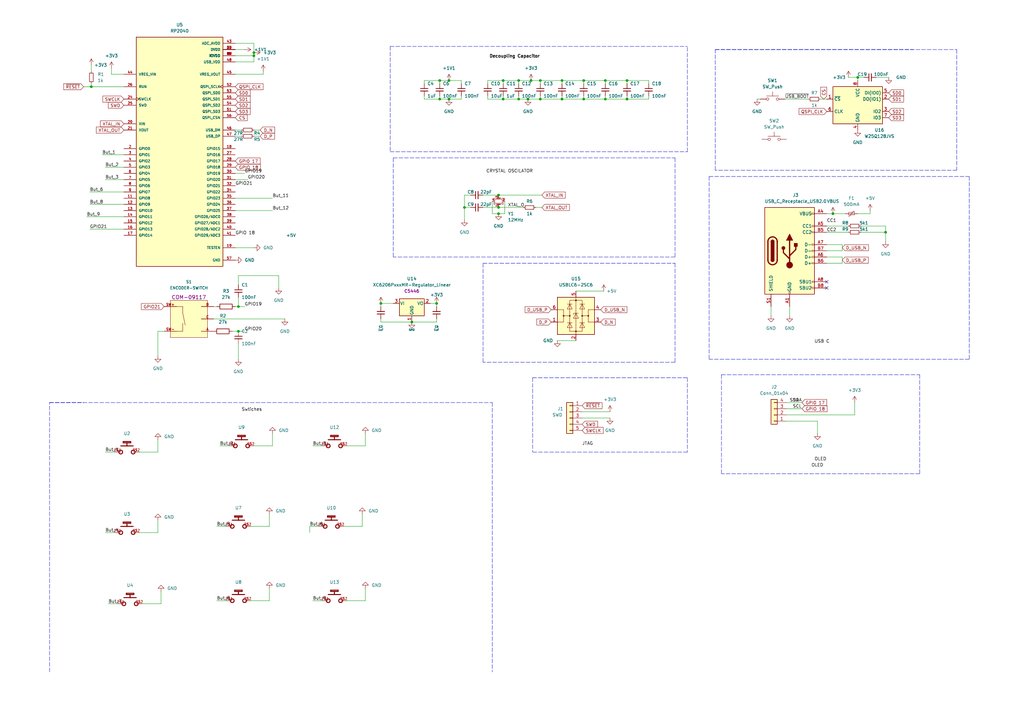
<source format=kicad_sch>
(kicad_sch (version 20211123) (generator eeschema)
  (paper "A3")
  (lib_symbols
    (symbol "Connector:USB_C_Receptacle_USB2.0" (pin_names (offset 1.016))
      (property "Reference" "J" (at -10.16 19.05 0))
      (property "Value" "USB_C_Receptacle_USB2.0" (at 19.05 19.05 0))
      (symbol "USB_C_Receptacle_USB2.0_1_1"
        (pin passive line (at 0 -22.86 90) (length 5.08) (name "GND") (number "A1"))
        (pin passive line (at 0 -22.86 90) (length 5.08) hide (name "GND") (number "A12"))
        (pin passive line (at 15.24 15.24 180) (length 5.08) (name "VBUS") (number "A4"))
        (pin bidirectional line (at 15.24 10.16 180) (length 5.08) (name "CC1") (number "A5"))
        (pin bidirectional line (at 15.24 -2.54 180) (length 5.08) (name "D+") (number "A6"))
        (pin bidirectional line (at 15.24 2.54 180) (length 5.08) (name "D-") (number "A7"))
        (pin bidirectional line (at 15.24 -12.7 180) (length 5.08) (name "SBU1") (number "A8"))
        (pin passive line (at 15.24 15.24 180) (length 5.08) hide (name "VBUS") (number "A9"))
        (pin passive line (at 0 -22.86 90) (length 5.08) hide (name "GND") (number "B1"))
        (pin passive line (at 0 -22.86 90) (length 5.08) hide (name "GND") (number "B12"))
        (pin passive line (at 15.24 15.24 180) (length 5.08) hide (name "VBUS") (number "B4"))
        (pin bidirectional line (at 15.24 7.62 180) (length 5.08) (name "CC2") (number "B5"))
        (pin bidirectional line (at 15.24 -5.08 180) (length 5.08) (name "D+") (number "B6"))
        (pin bidirectional line (at 15.24 0 180) (length 5.08) (name "D-") (number "B7"))
        (pin bidirectional line (at 15.24 -15.24 180) (length 5.08) (name "SBU2") (number "B8"))
        (pin passive line (at 15.24 15.24 180) (length 5.08) hide (name "VBUS") (number "B9"))
        (pin passive line (at -7.62 -22.86 90) (length 5.08) (name "SHIELD") (number "S1"))
      )
    )
    (symbol "Connector_Generic:Conn_01x04" (pin_names (offset 1.016) hide)
      (property "Reference" "J" (at 0 5.08 0))
      (property "Value" "Conn_01x04" (at 0 -7.62 0))
      (symbol "Conn_01x04_1_1"
        (pin passive line (at -5.08 2.54 0) (length 3.81) (name "Pin_1") (number "1"))
        (pin passive line (at -5.08 0 0) (length 3.81) (name "Pin_2") (number "2"))
        (pin passive line (at -5.08 -2.54 0) (length 3.81) (name "Pin_3") (number "3"))
        (pin passive line (at -5.08 -5.08 0) (length 3.81) (name "Pin_4") (number "4"))
      )
    )
    (symbol "Connector_Generic:Conn_01x05" (pin_names (offset 1.016) hide)
      (property "Reference" "J" (at 0 7.62 0))
      (property "Value" "Conn_01x05" (at 0 -7.62 0))
      (symbol "Conn_01x05_1_1"
        (pin passive line (at -5.08 5.08 0) (length 3.81) (name "Pin_1") (number "1"))
        (pin passive line (at -5.08 2.54 0) (length 3.81) (name "Pin_2") (number "2"))
        (pin passive line (at -5.08 0 0) (length 3.81) (name "Pin_3") (number "3"))
        (pin passive line (at -5.08 -2.54 0) (length 3.81) (name "Pin_4") (number "4"))
        (pin passive line (at -5.08 -5.08 0) (length 3.81) (name "Pin_5") (number "5"))
      )
    )
    (symbol "Device:C_Small" (pin_numbers hide) (pin_names (offset 0.254) hide)
      (property "Reference" "C" (at 0.254 1.778 0))
      (property "Value" "C_Small" (at 0.254 -2.032 0))
      (symbol "C_Small_1_1"
        (pin passive line (at 0 2.54 270) (length 2.032) (name "~") (number "1"))
        (pin passive line (at 0 -2.54 90) (length 2.032) (name "~") (number "2"))
      )
    )
    (symbol "Device:Crystal_GND24_Small" (pin_names (offset 1.016) hide)
      (property "Reference" "Y" (at 1.27 4.445 0))
      (property "Value" "Crystal_GND24_Small" (at 1.27 2.54 0))
      (symbol "Crystal_GND24_Small_1_1"
        (pin passive line (at -2.54 0 0) (length 1.27) (name "1") (number "1"))
        (pin passive line (at 0 -2.54 90) (length 0.635) (name "2") (number "2"))
        (pin passive line (at 2.54 0 180) (length 1.27) (name "3") (number "3"))
        (pin passive line (at 0 2.54 270) (length 0.635) (name "4") (number "4"))
      )
    )
    (symbol "Device:Polyfuse_Small" (pin_numbers hide) (pin_names (offset 0))
      (property "Reference" "F" (at -1.905 0 90))
      (property "Value" "Polyfuse_Small" (at 1.905 0 90))
      (symbol "Polyfuse_Small_1_1"
        (pin passive line (at 0 2.54 270) (length 0.635) (name "~") (number "1"))
        (pin passive line (at 0 -2.54 90) (length 0.635) (name "~") (number "2"))
      )
    )
    (symbol "Device:R" (pin_numbers hide) (pin_names (offset 0))
      (property "Reference" "R" (at 2.032 0 90))
      (property "Value" "R" (at 0 0 90))
      (symbol "R_1_1"
        (pin passive line (at 0 3.81 270) (length 1.27) (name "~") (number "1"))
        (pin passive line (at 0 -3.81 90) (length 1.27) (name "~") (number "2"))
      )
    )
    (symbol "Device:R_Small" (pin_numbers hide) (pin_names (offset 0.254) hide)
      (property "Reference" "R" (at 0.762 0.508 0))
      (property "Value" "R_Small" (at 0.762 -1.016 0))
      (symbol "R_Small_1_1"
        (pin passive line (at 0 2.54 270) (length 0.762) (name "~") (number "1"))
        (pin passive line (at 0 -2.54 90) (length 0.762) (name "~") (number "2"))
      )
    )
    (symbol "MX1A-11NN:MX1A-11NN" (pin_names (offset 1.016) hide)
      (property "Reference" "U" (at -4.445 -3.81 0))
      (symbol "MX1A-11NN_0_0"
        (pin passive line (at -5.08 0 0) (length 2.54) (name "~") (number "P$1"))
        (pin passive line (at 5.08 0 180) (length 2.54) (name "~") (number "P$2"))
      )
    )
    (symbol "Memory_Flash:W25Q128JVS"
      (property "Reference" "U" (at -8.89 8.89 0))
      (property "Value" "W25Q128JVS" (at 7.62 8.89 0))
      (symbol "W25Q128JVS_1_1"
        (pin input line (at -12.7 2.54 0) (length 2.54) (name "~{CS}") (number "1"))
        (pin bidirectional line (at 12.7 2.54 180) (length 2.54) (name "DO(IO1)") (number "2"))
        (pin bidirectional line (at 12.7 -2.54 180) (length 2.54) (name "IO2") (number "3"))
        (pin power_in line (at 0 -10.16 90) (length 2.54) (name "GND") (number "4"))
        (pin bidirectional line (at 12.7 5.08 180) (length 2.54) (name "DI(IO0)") (number "5"))
        (pin input line (at -12.7 -2.54 0) (length 2.54) (name "CLK") (number "6"))
        (pin bidirectional line (at 12.7 -5.08 180) (length 2.54) (name "IO3") (number "7"))
        (pin power_in line (at 0 10.16 270) (length 2.54) (name "VCC") (number "8"))
      )
    )
    (symbol "Power_Protection:USBLC6-2SC6" (pin_names hide)
      (property "Reference" "U" (at 2.54 8.89 0))
      (property "Value" "USBLC6-2SC6" (at 2.54 -8.89 0))
      (symbol "USBLC6-2SC6_1_1"
        (pin passive line (at -10.16 -2.54 0) (length 2.54) (name "I/O1") (number "1"))
        (pin passive line (at 0 -10.16 90) (length 2.54) (name "GND") (number "2"))
        (pin passive line (at 10.16 -2.54 180) (length 2.54) (name "I/O2") (number "3"))
        (pin passive line (at 10.16 2.54 180) (length 2.54) (name "I/O2") (number "4"))
        (pin passive line (at 0 10.16 270) (length 2.54) (name "VBUS") (number "5"))
        (pin passive line (at -10.16 2.54 0) (length 2.54) (name "I/O1") (number "6"))
      )
    )
    (symbol "RP2040:RP2040" (pin_names (offset 1.016))
      (property "Reference" "U" (at -17.78 50.8 0))
      (property "Value" "RP2040" (at -17.78 -48.26 0))
      (symbol "RP2040_0_0"
        (pin power_in line (at 22.86 40.64 180) (length 5.08) (name "IOVDD") (number "1"))
        (pin power_in line (at 22.86 40.64 180) (length 5.08) (name "IOVDD") (number "10"))
        (pin bidirectional line (at -22.86 -17.78 0) (length 5.08) (name "GPIO8") (number "11"))
        (pin bidirectional line (at -22.86 -20.32 0) (length 5.08) (name "GPIO9") (number "12"))
        (pin bidirectional line (at -22.86 -22.86 0) (length 5.08) (name "GPIO10") (number "13"))
        (pin bidirectional line (at -22.86 -25.4 0) (length 5.08) (name "GPIO11") (number "14"))
        (pin bidirectional line (at -22.86 -27.94 0) (length 5.08) (name "GPIO12") (number "15"))
        (pin bidirectional line (at -22.86 -30.48 0) (length 5.08) (name "GPIO13") (number "16"))
        (pin bidirectional line (at -22.86 -33.02 0) (length 5.08) (name "GPIO14") (number "17"))
        (pin bidirectional line (at 22.86 2.54 180) (length 5.08) (name "GPIO15") (number "18"))
        (pin passive line (at 22.86 -38.1 180) (length 5.08) (name "TESTEN") (number "19"))
        (pin bidirectional line (at -22.86 2.54 0) (length 5.08) (name "GPIO0") (number "2"))
        (pin input line (at -22.86 12.7 0) (length 5.08) (name "XIN") (number "20"))
        (pin output line (at -22.86 10.16 0) (length 5.08) (name "XOUT") (number "21"))
        (pin power_in line (at 22.86 40.64 180) (length 5.08) (name "IOVDD") (number "22"))
        (pin power_in line (at 22.86 43.18 180) (length 5.08) (name "DVDD") (number "23"))
        (pin input clock (at -22.86 22.86 0) (length 5.08) (name "SWCLK") (number "24"))
        (pin bidirectional line (at -22.86 20.32 0) (length 5.08) (name "SWD") (number "25"))
        (pin input line (at -22.86 27.94 0) (length 5.08) (name "RUN") (number "26"))
        (pin bidirectional line (at 22.86 0 180) (length 5.08) (name "GPIO16") (number "27"))
        (pin bidirectional line (at 22.86 -2.54 180) (length 5.08) (name "GPIO17") (number "28"))
        (pin bidirectional line (at 22.86 -5.08 180) (length 5.08) (name "GPIO18") (number "29"))
        (pin bidirectional line (at -22.86 0 0) (length 5.08) (name "GPIO1") (number "3"))
        (pin bidirectional line (at 22.86 -7.62 180) (length 5.08) (name "GPIO19") (number "30"))
        (pin bidirectional line (at 22.86 -10.16 180) (length 5.08) (name "GPIO20") (number "31"))
        (pin bidirectional line (at 22.86 -12.7 180) (length 5.08) (name "GPIO21") (number "32"))
        (pin power_in line (at 22.86 40.64 180) (length 5.08) (name "IOVDD") (number "33"))
        (pin bidirectional line (at 22.86 -15.24 180) (length 5.08) (name "GPIO22") (number "34"))
        (pin bidirectional line (at 22.86 -17.78 180) (length 5.08) (name "GPIO23") (number "35"))
        (pin bidirectional line (at 22.86 -20.32 180) (length 5.08) (name "GPIO24") (number "36"))
        (pin bidirectional line (at 22.86 -22.86 180) (length 5.08) (name "GPIO25") (number "37"))
        (pin bidirectional line (at 22.86 -25.4 180) (length 5.08) (name "GPIO26/ADC0") (number "38"))
        (pin bidirectional line (at 22.86 -27.94 180) (length 5.08) (name "GPIO27/ADC1") (number "39"))
        (pin bidirectional line (at -22.86 -2.54 0) (length 5.08) (name "GPIO2") (number "4"))
        (pin bidirectional line (at 22.86 -30.48 180) (length 5.08) (name "GPIO28/ADC2") (number "40"))
        (pin bidirectional line (at 22.86 -33.02 180) (length 5.08) (name "GPIO29/ADC3") (number "41"))
        (pin power_in line (at 22.86 40.64 180) (length 5.08) (name "IOVDD") (number "42"))
        (pin power_in line (at 22.86 45.72 180) (length 5.08) (name "ADC_AVDD") (number "43"))
        (pin input line (at -22.86 33.02 0) (length 5.08) (name "VREG_VIN") (number "44"))
        (pin output line (at 22.86 33.02 180) (length 5.08) (name "VREG_VOUT") (number "45"))
        (pin bidirectional line (at 22.86 10.16 180) (length 5.08) (name "USB_DM") (number "46"))
        (pin bidirectional line (at 22.86 7.62 180) (length 5.08) (name "USB_DP") (number "47"))
        (pin power_in line (at 22.86 38.1 180) (length 5.08) (name "USB_VDD") (number "48"))
        (pin power_in line (at 22.86 40.64 180) (length 5.08) (name "IOVDD") (number "49"))
        (pin bidirectional line (at -22.86 -5.08 0) (length 5.08) (name "GPIO3") (number "5"))
        (pin power_in line (at 22.86 43.18 180) (length 5.08) (name "DVDD") (number "50"))
        (pin bidirectional line (at 22.86 17.78 180) (length 5.08) (name "QSPI_SD3") (number "51"))
        (pin bidirectional clock (at 22.86 27.94 180) (length 5.08) (name "QSPI_SCLK") (number "52"))
        (pin bidirectional line (at 22.86 25.4 180) (length 5.08) (name "QSPI_SD0") (number "53"))
        (pin bidirectional line (at 22.86 20.32 180) (length 5.08) (name "QSPI_SD2") (number "54"))
        (pin bidirectional line (at 22.86 22.86 180) (length 5.08) (name "QSPI_SD1") (number "55"))
        (pin bidirectional line (at 22.86 15.24 180) (length 5.08) (name "QSPI_CSN") (number "56"))
        (pin power_in line (at 22.86 -43.18 180) (length 5.08) (name "GND") (number "57"))
        (pin bidirectional line (at -22.86 -7.62 0) (length 5.08) (name "GPIO4") (number "6"))
        (pin bidirectional line (at -22.86 -10.16 0) (length 5.08) (name "GPIO5") (number "7"))
        (pin bidirectional line (at -22.86 -12.7 0) (length 5.08) (name "GPIO6") (number "8"))
        (pin bidirectional line (at -22.86 -15.24 0) (length 5.08) (name "GPIO7") (number "9"))
      )
    )
    (symbol "SparkFun-Switches:ENCODER-SWITCH" (pin_names (offset 1.016) hide)
      (property "Reference" "S" (at -7.62 8.89 0))
      (property "Value" "ENCODER-SWITCH" (at -7.62 -10.16 0))
      (property "Field4" "COM-09117" (at 0 11.43 0))
      (symbol "ENCODER-SWITCH_1_1"
        (pin bidirectional line (at 10.16 -5.08 180) (length 5.08) (name "A") (number "A"))
        (pin bidirectional line (at 10.16 5.08 180) (length 5.08) (name "B") (number "B"))
        (pin bidirectional line (at 10.16 0 180) (length 5.08) (name "C") (number "C"))
        (pin bidirectional line (at -10.16 5.08 0) (length 5.08) (name "SW+") (number "SW+"))
        (pin bidirectional line (at -10.16 -5.08 0) (length 5.08) (name "SW-") (number "SW-"))
      )
    )
    (symbol "Switch:SW_Push" (pin_numbers hide) (pin_names (offset 1.016) hide)
      (property "Reference" "SW" (at 1.27 2.54 0))
      (property "Value" "SW_Push" (at 0 -1.524 0))
      (symbol "SW_Push_0_1"
        (pin passive line (at -5.08 0 0) (length 2.54) (name "1") (number "1"))
        (pin passive line (at 5.08 0 180) (length 2.54) (name "2") (number "2"))
      )
    )
    (symbol "kicad-keyboard-parts:XC6206PxxxMR-Regulator_Linear" (pin_names (offset 0.254))
      (property "Reference" "U" (at -3.81 3.175 0))
      (property "Value" "XC6206PxxxMR-Regulator_Linear" (at 0 3.175 0))
      (property "LCSC" "C5446" (at 0 0 0))
      (symbol "XC6206PxxxMR-Regulator_Linear_1_1"
        (pin power_in line (at 0 -7.62 90) (length 2.54) (name "GND") (number "1"))
        (pin power_out line (at 7.62 0 180) (length 2.54) (name "VO") (number "2"))
        (pin power_in line (at -7.62 0 0) (length 2.54) (name "VI") (number "3"))
      )
    )
    (symbol "power:+1V1" (power) (pin_names (offset 0))
      (property "Value" "+1V1" (at 0 3.556 0))
      (symbol "+1V1_1_1"
        (pin power_in line (at 0 0 90) (length 0) hide (name "+1V1") (number "1"))
      )
    )
    (symbol "power:+3.3V" (power) (pin_names (offset 0))
      (property "Value" "+3.3V" (at 0 3.556 0))
      (symbol "+3.3V_1_1"
        (pin power_in line (at 0 0 90) (length 0) hide (name "+3V3") (number "1"))
      )
    )
    (symbol "power:+3V3" (power) (pin_names (offset 0))
      (property "Value" "+3V3" (at 0 3.556 0))
      (symbol "+3V3_1_1"
        (pin power_in line (at 0 0 90) (length 0) hide (name "+3V3") (number "1"))
      )
    )
    (symbol "power:+5V" (power) (pin_names (offset 0))
      (property "Value" "+5V" (at 0 3.556 0))
      (symbol "+5V_1_1"
        (pin power_in line (at 0 0 90) (length 0) hide (name "+5V") (number "1"))
      )
    )
    (symbol "power:GND" (power) (pin_names (offset 0))
      (property "Value" "GND" (at 0 -3.81 0))
      (symbol "GND_1_1"
        (pin power_in line (at 0 0 270) (length 0) hide (name "GND") (number "1"))
      )
    )
    (symbol "power:VBUS" (power) (pin_names (offset 0))
      (property "Value" "VBUS" (at 0 3.81 0))
      (symbol "VBUS_1_1"
        (pin power_in line (at 0 0 90) (length 0) hide (name "VBUS") (number "1"))
      )
    )
  )
  (junction (at 248.285 33.02))
  (junction (at 179.07 124.46) (diameter 0.9144))
  (junction (at 239.395 40.64))
  (junction (at 221.615 40.64))
  (junction (at 351.79 31.75))
  (junction (at 230.505 40.64))
  (junction (at 97.79 135.89))
  (junction (at 37.465 35.56))
  (junction (at 341.63 87.63))
  (junction (at 204.47 87.63))
  (junction (at 204.47 80.01))
  (junction (at 204.47 85.09))
  (junction (at 248.285 40.64))
  (junction (at 212.725 40.64))
  (junction (at 221.615 33.02))
  (junction (at 104.14 21.59))
  (junction (at 190.5 85.09))
  (junction (at 156.21 124.46) (diameter 0.9144))
  (junction (at 217.805 33.02))
  (junction (at 104.14 22.86))
  (junction (at 216.535 40.64))
  (junction (at 184.15 40.64))
  (junction (at 206.375 33.02))
  (junction (at 180.34 33.02))
  (junction (at 168.91 132.08) (diameter 0.9144))
  (junction (at 257.175 33.02))
  (junction (at 184.15 33.02))
  (junction (at 363.22 95.25))
  (junction (at 97.79 125.73))
  (junction (at 206.375 40.64))
  (junction (at 230.505 33.02))
  (junction (at 257.175 40.64))
  (junction (at 239.395 33.02))
  (junction (at 180.34 40.64))
  (junction (at 212.725 33.02))
  (no_connect (at 339.09 115.57))
  (no_connect (at 339.09 118.11))
  (wire (pts (xy 248.285 39.37) (xy 248.285 40.64)))
  (wire (pts (xy 322.58 172.72) (xy 335.28 172.72)))
  (wire (pts (xy 46.99 218.44) (xy 43.18 218.44)))
  (wire (pts (xy 212.725 39.37) (xy 212.725 40.64)))
  (wire (pts (xy 149.86 246.38) (xy 149.86 241.3)))
  (wire (pts (xy 179.07 130.81) (xy 179.07 132.08)))
  (wire (pts (xy 102.87 215.9) (xy 110.49 215.9)))
  (wire (pts (xy 41.91 63.5) (xy 50.8 63.5)))
  (wire (pts (xy 96.52 30.48) (xy 107.95 30.48)))
  (wire (pts (xy 64.77 185.42) (xy 64.77 180.34)))
  (wire (pts (xy 198.12 85.09) (xy 204.47 85.09)))
  (wire (pts (xy 97.79 135.89) (xy 100.33 135.89)))
  (wire (pts (xy 107.95 29.21) (xy 107.95 30.48)))
  (wire (pts (xy 189.23 33.02) (xy 189.23 34.29)))
  (wire (pts (xy 206.375 40.64) (xy 212.725 40.64)))
  (wire (pts (xy 140.97 215.9) (xy 148.59 215.9)))
  (polyline (pts (xy 276.86 105.41) (xy 161.29 105.41)))
  (wire (pts (xy 248.285 33.02) (xy 248.285 34.29)))
  (wire (pts (xy 353.06 95.25) (xy 363.22 95.25)))
  (polyline (pts (xy 290.83 72.39) (xy 397.51 72.39)))
  (polyline (pts (xy 198.12 107.95) (xy 276.86 107.95)))
  (polyline (pts (xy 281.94 185.42) (xy 218.44 185.42)))
  (wire (pts (xy 50.8 30.48) (xy 45.72 30.48)))
  (wire (pts (xy 248.285 33.02) (xy 257.175 33.02)))
  (wire (pts (xy 239.395 33.02) (xy 248.285 33.02)))
  (wire (pts (xy 322.58 170.18) (xy 350.52 170.18)))
  (wire (pts (xy 37.465 26.67) (xy 37.465 29.21)))
  (polyline (pts (xy 276.86 148.59) (xy 198.12 148.59)))
  (wire (pts (xy 106.68 53.34) (xy 104.14 53.34)))
  (wire (pts (xy 99.06 53.34) (xy 96.52 53.34)))
  (polyline (pts (xy 276.86 107.95) (xy 276.86 148.59)))
  (wire (pts (xy 239.395 40.64) (xy 248.285 40.64)))
  (wire (pts (xy 99.06 55.88) (xy 96.52 55.88)))
  (wire (pts (xy 96.52 20.32) (xy 100.33 20.32)))
  (wire (pts (xy 130.81 215.9) (xy 127 215.9)))
  (polyline (pts (xy 377.19 153.67) (xy 377.19 194.31)))
  (polyline (pts (xy 20.32 165.1) (xy 34.29 165.1)))
  (wire (pts (xy 97.79 116.84) (xy 97.79 113.03)))
  (wire (pts (xy 37.465 34.29) (xy 37.465 35.56)))
  (wire (pts (xy 180.34 39.37) (xy 180.34 40.64)))
  (wire (pts (xy 106.68 55.88) (xy 104.14 55.88)))
  (wire (pts (xy 180.34 40.64) (xy 184.15 40.64)))
  (wire (pts (xy 36.83 93.98) (xy 50.8 93.98)))
  (wire (pts (xy 58.42 247.65) (xy 66.04 247.65)))
  (wire (pts (xy 206.375 33.02) (xy 206.375 34.29)))
  (wire (pts (xy 132.08 182.88) (xy 128.27 182.88)))
  (wire (pts (xy 248.285 40.64) (xy 257.175 40.64)))
  (wire (pts (xy 64.77 218.44) (xy 64.77 213.36)))
  (wire (pts (xy 239.395 33.02) (xy 239.395 34.29)))
  (wire (pts (xy 200.025 39.37) (xy 200.025 40.64)))
  (wire (pts (xy 257.175 40.64) (xy 257.175 39.37)))
  (polyline (pts (xy 281.94 62.23) (xy 281.94 19.05)))
  (wire (pts (xy 184.15 40.64) (xy 189.23 40.64)))
  (wire (pts (xy 156.21 130.81) (xy 156.21 132.08)))
  (wire (pts (xy 230.505 33.02) (xy 230.505 34.29)))
  (wire (pts (xy 96.52 22.86) (xy 104.14 22.86)))
  (wire (pts (xy 168.91 132.08) (xy 156.21 132.08)))
  (wire (pts (xy 36.83 83.82) (xy 50.8 83.82)))
  (wire (pts (xy 341.63 87.63) (xy 346.71 87.63)))
  (wire (pts (xy 323.85 125.73) (xy 323.85 129.54)))
  (wire (pts (xy 104.14 182.88) (xy 111.76 182.88)))
  (wire (pts (xy 221.615 33.02) (xy 230.505 33.02)))
  (wire (pts (xy 180.34 33.02) (xy 173.99 33.02)))
  (wire (pts (xy 353.06 92.71) (xy 363.22 92.71)))
  (wire (pts (xy 198.12 80.01) (xy 204.47 80.01)))
  (wire (pts (xy 104.14 22.86) (xy 104.14 25.4)))
  (wire (pts (xy 257.175 33.02) (xy 257.175 34.29)))
  (polyline (pts (xy 293.37 69.85) (xy 293.37 20.32)))
  (wire (pts (xy 207.01 82.55) (xy 207.01 87.63)))
  (polyline (pts (xy 160.02 19.05) (xy 160.02 62.23)))
  (wire (pts (xy 36.83 78.74) (xy 50.8 78.74)))
  (wire (pts (xy 310.515 40.64) (xy 311.785 40.64)))
  (wire (pts (xy 184.15 33.02) (xy 180.34 33.02)))
  (polyline (pts (xy 392.43 20.32) (xy 392.43 69.85)))
  (wire (pts (xy 168.91 132.08) (xy 179.07 132.08)))
  (wire (pts (xy 347.98 31.75) (xy 351.79 31.75)))
  (wire (pts (xy 127 215.9) (xy 127 218.44)))
  (wire (pts (xy 257.175 33.02) (xy 266.065 33.02)))
  (wire (pts (xy 57.15 218.44) (xy 64.77 218.44)))
  (wire (pts (xy 204.47 85.09) (xy 214.63 85.09)))
  (wire (pts (xy 173.99 40.64) (xy 180.34 40.64)))
  (wire (pts (xy 184.15 33.02) (xy 189.23 33.02)))
  (wire (pts (xy 35.56 88.9) (xy 50.8 88.9)))
  (wire (pts (xy 92.71 246.38) (xy 88.9 246.38)))
  (wire (pts (xy 321.945 40.64) (xy 331.47 40.64)))
  (wire (pts (xy 96.52 86.36) (xy 111.76 86.36)))
  (wire (pts (xy 97.79 125.73) (xy 96.52 125.73)))
  (wire (pts (xy 345.44 102.87) (xy 339.09 102.87)))
  (wire (pts (xy 204.47 80.01) (xy 222.25 80.01)))
  (wire (pts (xy 200.025 34.29) (xy 200.025 33.02)))
  (wire (pts (xy 221.615 40.64) (xy 230.505 40.64)))
  (wire (pts (xy 66.04 247.65) (xy 66.04 242.57)))
  (wire (pts (xy 266.065 33.02) (xy 266.065 34.29)))
  (polyline (pts (xy 295.91 153.67) (xy 377.19 153.67)))
  (wire (pts (xy 228.6 139.7) (xy 236.22 139.7)))
  (wire (pts (xy 236.22 119.38) (xy 247.65 119.38)))
  (polyline (pts (xy 20.32 165.1) (xy 201.93 165.1)))
  (wire (pts (xy 250.19 171.45) (xy 238.76 171.45)))
  (wire (pts (xy 156.21 124.46) (xy 156.21 125.73)))
  (wire (pts (xy 132.08 246.38) (xy 128.27 246.38)))
  (wire (pts (xy 189.23 40.64) (xy 189.23 39.37)))
  (wire (pts (xy 351.79 31.75) (xy 351.79 33.02)))
  (wire (pts (xy 46.99 185.42) (xy 43.18 185.42)))
  (polyline (pts (xy 218.44 154.94) (xy 218.44 185.42)))
  (wire (pts (xy 221.615 33.02) (xy 221.615 34.29)))
  (wire (pts (xy 339.09 87.63) (xy 341.63 87.63)))
  (wire (pts (xy 114.3 113.03) (xy 114.3 118.11)))
  (polyline (pts (xy 198.12 148.59) (xy 198.12 107.95)))
  (wire (pts (xy 359.41 31.75) (xy 364.49 31.75)))
  (wire (pts (xy 100.33 125.73) (xy 97.79 125.73)))
  (wire (pts (xy 206.375 39.37) (xy 206.375 40.64)))
  (wire (pts (xy 230.505 40.64) (xy 230.505 39.37)))
  (wire (pts (xy 190.5 80.01) (xy 190.5 85.09)))
  (wire (pts (xy 345.44 107.95) (xy 339.09 107.95)))
  (wire (pts (xy 200.025 33.02) (xy 206.375 33.02)))
  (wire (pts (xy 345.44 105.41) (xy 345.44 107.95)))
  (wire (pts (xy 104.14 17.78) (xy 104.14 21.59)))
  (wire (pts (xy 193.04 80.01) (xy 190.5 80.01)))
  (polyline (pts (xy 201.93 165.1) (xy 201.93 275.59)))
  (wire (pts (xy 57.15 185.42) (xy 64.77 185.42)))
  (wire (pts (xy 43.18 73.66) (xy 50.8 73.66)))
  (wire (pts (xy 212.725 33.02) (xy 217.805 33.02)))
  (wire (pts (xy 230.505 40.64) (xy 239.395 40.64)))
  (polyline (pts (xy 160.02 62.23) (xy 281.94 62.23)))
  (wire (pts (xy 97.79 113.03) (xy 114.3 113.03)))
  (wire (pts (xy 217.805 33.02) (xy 221.615 33.02)))
  (wire (pts (xy 238.76 168.91) (xy 250.19 168.91)))
  (wire (pts (xy 176.53 124.46) (xy 179.07 124.46)))
  (wire (pts (xy 216.535 40.64) (xy 221.615 40.64)))
  (wire (pts (xy 221.615 40.64) (xy 221.615 39.37)))
  (wire (pts (xy 339.09 100.33) (xy 345.44 100.33)))
  (wire (pts (xy 96.52 17.78) (xy 104.14 17.78)))
  (wire (pts (xy 102.87 246.38) (xy 110.49 246.38)))
  (wire (pts (xy 142.24 246.38) (xy 149.86 246.38)))
  (wire (pts (xy 96.52 81.28) (xy 111.76 81.28)))
  (polyline (pts (xy 295.91 153.67) (xy 295.91 194.31)))
  (wire (pts (xy 67.31 135.89) (xy 64.77 135.89)))
  (wire (pts (xy 173.99 39.37) (xy 173.99 40.64)))
  (wire (pts (xy 322.58 165.1) (xy 328.93 165.1)))
  (wire (pts (xy 201.93 87.63) (xy 204.47 87.63)))
  (wire (pts (xy 345.44 100.33) (xy 345.44 102.87)))
  (wire (pts (xy 88.9 125.73) (xy 87.63 125.73)))
  (wire (pts (xy 87.63 130.81) (xy 116.84 130.81)))
  (polyline (pts (xy 293.37 20.32) (xy 374.65 20.32)))
  (wire (pts (xy 212.725 40.64) (xy 216.535 40.64)))
  (wire (pts (xy 104.14 25.4) (xy 96.52 25.4)))
  (wire (pts (xy 97.79 140.97) (xy 97.79 147.32)))
  (wire (pts (xy 351.79 87.63) (xy 356.87 87.63)))
  (wire (pts (xy 110.49 246.38) (xy 110.49 241.3)))
  (wire (pts (xy 339.09 95.25) (xy 347.98 95.25)))
  (wire (pts (xy 48.26 247.65) (xy 44.45 247.65)))
  (wire (pts (xy 266.065 40.64) (xy 266.065 39.37)))
  (wire (pts (xy 316.23 125.73) (xy 316.23 129.54)))
  (polyline (pts (xy 392.43 69.85) (xy 293.37 69.85)))
  (wire (pts (xy 339.09 105.41) (xy 345.44 105.41)))
  (wire (pts (xy 190.5 85.09) (xy 193.04 85.09)))
  (wire (pts (xy 190.5 85.09) (xy 190.5 90.17)))
  (wire (pts (xy 200.025 40.64) (xy 206.375 40.64)))
  (wire (pts (xy 363.22 95.25) (xy 363.22 99.06)))
  (wire (pts (xy 336.55 40.64) (xy 339.09 40.64)))
  (polyline (pts (xy 218.44 154.94) (xy 281.94 154.94)))
  (wire (pts (xy 201.93 82.55) (xy 201.93 87.63)))
  (wire (pts (xy 219.71 85.09) (xy 222.25 85.09)))
  (wire (pts (xy 96.52 71.12) (xy 100.33 71.12)))
  (wire (pts (xy 212.725 33.02) (xy 206.375 33.02)))
  (wire (pts (xy 34.29 35.56) (xy 37.465 35.56)))
  (wire (pts (xy 149.86 182.88) (xy 149.86 177.8)))
  (polyline (pts (xy 397.51 147.32) (xy 290.83 147.32)))
  (polyline (pts (xy 276.86 64.77) (xy 276.86 105.41)))
  (wire (pts (xy 95.25 135.89) (xy 97.79 135.89)))
  (wire (pts (xy 350.52 165.1) (xy 350.52 170.18)))
  (wire (pts (xy 363.22 92.71) (xy 363.22 95.25)))
  (wire (pts (xy 179.07 124.46) (xy 179.07 125.73)))
  (wire (pts (xy 207.01 87.63) (xy 204.47 87.63)))
  (wire (pts (xy 97.79 121.92) (xy 97.79 125.73)))
  (polyline (pts (xy 293.37 20.32) (xy 392.43 20.32)))
  (wire (pts (xy 335.28 172.72) (xy 335.28 177.8)))
  (wire (pts (xy 37.465 35.56) (xy 50.8 35.56)))
  (wire (pts (xy 92.71 215.9) (xy 88.9 215.9)))
  (wire (pts (xy 111.76 182.88) (xy 111.76 177.8)))
  (wire (pts (xy 230.505 33.02) (xy 239.395 33.02)))
  (polyline (pts (xy 397.51 72.39) (xy 397.51 147.32)))
  (wire (pts (xy 96.52 73.66) (xy 101.6 73.66)))
  (wire (pts (xy 356.87 87.63) (xy 356.87 86.36)))
  (wire (pts (xy 96.52 101.6) (xy 104.14 101.6)))
  (polyline (pts (xy 160.02 19.05) (xy 281.94 19.05)))
  (wire (pts (xy 142.24 182.88) (xy 149.86 182.88)))
  (polyline (pts (xy 161.29 64.77) (xy 276.86 64.77)))
  (wire (pts (xy 110.49 215.9) (xy 110.49 210.82)))
  (polyline (pts (xy 377.19 194.31) (xy 295.91 194.31)))
  (wire (pts (xy 64.77 135.89) (xy 64.77 146.05)))
  (wire (pts (xy 351.79 31.75) (xy 354.33 31.75)))
  (wire (pts (xy 212.725 33.02) (xy 212.725 34.29)))
  (wire (pts (xy 339.09 92.71) (xy 347.98 92.71)))
  (wire (pts (xy 104.14 21.59) (xy 104.14 22.86)))
  (wire (pts (xy 156.21 124.46) (xy 161.29 124.46)))
  (wire (pts (xy 43.18 68.58) (xy 50.8 68.58)))
  (wire (pts (xy 180.34 33.02) (xy 180.34 34.29)))
  (wire (pts (xy 93.98 182.88) (xy 90.17 182.88)))
  (wire (pts (xy 322.58 167.64) (xy 328.93 167.64)))
  (polyline (pts (xy 290.83 72.39) (xy 290.83 147.32)))
  (wire (pts (xy 257.175 40.64) (xy 266.065 40.64)))
  (wire (pts (xy 45.72 27.94) (xy 45.72 30.48)))
  (polyline (pts (xy 161.29 64.77) (xy 161.29 105.41)))
  (wire (pts (xy 148.59 215.9) (xy 148.59 210.82)))
  (polyline (pts (xy 281.94 154.94) (xy 281.94 185.42)))
  (polyline (pts (xy 20.32 275.59) (xy 20.32 165.1)))
  (wire (pts (xy 173.99 33.02) (xy 173.99 34.29)))
  (wire (pts (xy 239.395 39.37) (xy 239.395 40.64)))
  (label "Swtiches" (at 99.06 168.91 0))
  (label "Decoupling Capacitor" (at 200.66 24.13 0) (effects (font (thickness 0.254) bold)))
  (label "~{USB_BOOT}" (at 321.945 40.64 0))
  (label "But_3" (at 128.27 182.88 0))
  (label "SDA" (at 323.85 165.1 0))
  (label "But_5" (at 88.9 215.9 0))
  (label "But_3" (at 43.18 73.66 0))
  (label "USB C" (at 334.01 140.97 0))
  (label "CRYSTAL OSCILATOR" (at 199.39 71.12 0))
  (label "GPIO19" (at 100.33 71.12 0))
  (label "GPIO21" (at 96.52 76.2 0))
  (label "GPIO 18" (at 96.52 96.52 0))
  (label "GPIO20" (at 101.6 73.66 0))
  (label "CC1" (at 339.09 91.44 0))
  (label "But_9" (at 128.27 246.38 0))
  (label "But_6" (at 127 215.9 0))
  (label "GPIO20" (at 100.33 135.89 0))
  (label "But_1" (at 43.18 185.42 0))
  (label "But_9" (at 35.56 88.9 0))
  (label "XTAL_O" (at 208.28 85.09 0))
  (label "But_2" (at 90.17 182.88 0))
  (label "But_4" (at 43.18 218.44 0))
  (label "But_11" (at 111.76 81.28 0))
  (label "SCL" (at 325.12 167.64 0))
  (label "But_1" (at 41.91 63.5 0))
  (label "But_2" (at 43.18 68.58 0))
  (label "GPIO21" (at 36.83 93.98 0))
  (label "OLED" (at 334.01 189.23 0))
  (label "JTAG" (at 238.76 182.88 0))
  (label "But_8" (at 88.9 246.38 0))
  (label "But_6" (at 36.83 78.74 0))
  (label "GPIO19" (at 100.33 125.73 0))
  (label "CC2" (at 339.09 95.25 0))
  (label "But_7" (at 44.45 247.65 0))
  (label "SDA" (at 325.12 165.1 0))
  (label "But_8" (at 36.83 83.82 0))
  (label "OLED" (at 332.74 191.77 0))
  (label "But_12" (at 111.76 86.36 0))
  (global_label "SD2" (shape input) (at 364.49 45.72 0) (property "Intersheet References" "${INTERSHEET_REFS}" (effects hide)))
  (global_label "GPI0 17" (shape input) (at 328.93 165.1 0) (property "Intersheet References" "${INTERSHEET_REFS}" (effects hide)))
  (global_label "SD0" (shape input) (at 96.52 38.1 0) (property "Intersheet References" "${INTERSHEET_REFS}" (effects hide)))
  (global_label "CS" (shape input) (at 337.82 40.64 90) (property "Intersheet References" "${INTERSHEET_REFS}" (effects hide)))
  (global_label "QSPI_CLK" (shape input) (at 339.09 45.72 180) (property "Intersheet References" "${INTERSHEET_REFS}" (effects hide)))
  (global_label "CS" (shape input) (at 96.52 48.26 0) (property "Intersheet References" "${INTERSHEET_REFS}" (effects hide)))
  (global_label "~{RESET}" (shape input) (at 34.29 35.56 180) (property "Intersheet References" "${INTERSHEET_REFS}" (effects hide)))
  (global_label "SWCLK" (shape input) (at 238.76 176.53 0) (property "Intersheet References" "${INTERSHEET_REFS}" (effects hide)))
  (global_label "GPIO 18" (shape input) (at 328.93 167.64 0) (property "Intersheet References" "${INTERSHEET_REFS}" (effects hide)))
  (global_label "XTAL_OUT" (shape input) (at 50.8 53.34 180) (property "Intersheet References" "${INTERSHEET_REFS}" (effects hide)))
  (global_label "SWD" (shape input) (at 50.8 43.18 180) (property "Intersheet References" "${INTERSHEET_REFS}" (effects hide)))
  (global_label "GPIO 18" (shape input) (at 96.52 68.58 0) (property "Intersheet References" "${INTERSHEET_REFS}" (effects hide)))
  (global_label "D_USB_N" (shape input) (at 246.38 127 0) (property "Intersheet References" "${INTERSHEET_REFS}" (effects hide)))
  (global_label "SD2" (shape input) (at 96.52 43.18 0) (property "Intersheet References" "${INTERSHEET_REFS}" (effects hide)))
  (global_label "QSPI_CLK" (shape input) (at 96.52 35.56 0) (property "Intersheet References" "${INTERSHEET_REFS}" (effects hide)))
  (global_label "SD1" (shape input) (at 96.52 40.64 0) (property "Intersheet References" "${INTERSHEET_REFS}" (effects hide)))
  (global_label "D_P" (shape input) (at 106.68 55.88 0) (property "Intersheet References" "${INTERSHEET_REFS}" (effects hide)))
  (global_label "GPI0 17" (shape input) (at 96.52 66.04 0) (property "Intersheet References" "${INTERSHEET_REFS}" (effects hide)))
  (global_label "D_P" (shape input) (at 226.06 132.08 180) (property "Intersheet References" "${INTERSHEET_REFS}" (effects hide)))
  (global_label "~{RESET}" (shape input) (at 238.76 166.37 0) (property "Intersheet References" "${INTERSHEET_REFS}" (effects hide)))
  (global_label "SWCLK" (shape input) (at 50.8 40.64 180) (property "Intersheet References" "${INTERSHEET_REFS}" (effects hide)))
  (global_label "SD3" (shape input) (at 96.52 45.72 0) (property "Intersheet References" "${INTERSHEET_REFS}" (effects hide)))
  (global_label "D_USB_P" (shape input) (at 345.44 106.68 0) (property "Intersheet References" "${INTERSHEET_REFS}" (effects hide)))
  (global_label "XTAL_OUT" (shape input) (at 222.25 85.09 0) (property "Intersheet References" "${INTERSHEET_REFS}" (effects hide)))
  (global_label "D_USB_P" (shape input) (at 226.06 127 180) (property "Intersheet References" "${INTERSHEET_REFS}" (effects hide)))
  (global_label "XTAL_IN" (shape input) (at 50.8 50.8 180) (property "Intersheet References" "${INTERSHEET_REFS}" (effects hide)))
  (global_label "GPIO21" (shape input) (at 67.31 125.73 180) (property "Intersheet References" "${INTERSHEET_REFS}" (effects hide)))
  (global_label "SD3" (shape input) (at 364.49 48.26 0) (property "Intersheet References" "${INTERSHEET_REFS}" (effects hide)))
  (global_label "SD0" (shape input) (at 364.49 38.1 0) (property "Intersheet References" "${INTERSHEET_REFS}" (effects hide)))
  (global_label "D_USB_N" (shape input) (at 345.44 101.6 0) (property "Intersheet References" "${INTERSHEET_REFS}" (effects hide)))
  (global_label "D_N" (shape input) (at 106.68 53.34 0) (property "Intersheet References" "${INTERSHEET_REFS}" (effects hide)))
  (global_label "SWD" (shape input) (at 238.76 173.99 0) (property "Intersheet References" "${INTERSHEET_REFS}" (effects hide)))
  (global_label "XTAL_IN" (shape input) (at 222.25 80.01 0) (property "Intersheet References" "${INTERSHEET_REFS}" (effects hide)))
  (global_label "D_N" (shape input) (at 246.38 132.08 0) (property "Intersheet References" "${INTERSHEET_REFS}" (effects hide)))
  (global_label "SD1" (shape input) (at 364.49 40.64 0) (property "Intersheet References" "${INTERSHEET_REFS}" (effects hide)))
  (symbol (lib_id "power:GND") (at 96.52 106.68 90) (unit 1)
    (property "Reference" "#PWR08" (effects hide))
    (property "Value" "GND" (at 100.33 106.6799 90) (effects (justify right)))
  )
  (symbol (lib_id "MX1A-11NN:MX1A-11NN") (at 99.06 182.88 0) (unit 1)
    (property "Reference" "U9" (at 99.06 175.26 0))
    (property "Value" "MX1A-11NN" (effects hide))
    (property "Footprint" "MX1A-11NN:CHERRY_MX1A-11NN_SWITCH" (effects hide))
  )
  (symbol (lib_id "Device:R_Small") (at 350.52 92.71 90) (unit 1)
    (property "Reference" "R8" (at 346.71 91.44 90))
    (property "Value" "5k1" (at 354.33 91.44 90))
    (property "Footprint" "Resistor_SMD:R_0402_1005Metric" (effects hide))
    (property "LCSC" "C25905" (effects hide))
  )
  (symbol (lib_id "power:GND") (at 110.49 241.3 180) (unit 1)
    (property "Reference" "#PWR016" (effects hide))
    (property "Value" "GND" (at 113.03 240.0299 0) (effects (justify right)))
  )
  (symbol (lib_id "Device:C_Small") (at 173.99 36.83 0) (unit 1)
    (property "Reference" "C4" (at 175.26 34.2899 0) (effects (justify left)))
    (property "Value" "1uF" (at 175.26 39.3699 0) (effects (justify left)))
    (property "Footprint" "Capacitor_SMD:C_0402_1005Metric" (effects hide))
    (property "LCSC" "C52923" (effects hide))
  )
  (symbol (lib_id "power:GND") (at 250.19 171.45 0) (unit 1)
    (property "Reference" "#PWR036" (effects hide))
    (property "Value" "GND" (at 250.19 176.53 0))
  )
  (symbol (lib_id "power:GND") (at 316.23 129.54 0) (unit 1)
    (property "Reference" "#PWR038" (effects hide))
    (property "Value" "GND" (at 316.23 134.62 0))
  )
  (symbol (lib_id "power:+3V3") (at 37.465 26.67 0) (unit 1)
    (property "Reference" "#PWR01" (effects hide))
    (property "Value" "+3V3" (at 41.275 26.67 0))
  )
  (symbol (lib_id "MX1A-11NN:MX1A-11NN") (at 137.16 182.88 0) (unit 1)
    (property "Reference" "U12" (at 137.16 175.26 0))
    (property "Value" "MX1A-11NN" (effects hide))
    (property "Footprint" "MX1A-11NN:CHERRY_MX1A-11NN_SWITCH" (effects hide))
  )
  (symbol (lib_id "power:VBUS") (at 341.63 87.63 0) (unit 1)
    (property "Reference" "#PWR041" (effects hide))
    (property "Value" "VBUS" (at 341.63 82.55 0))
  )
  (symbol (lib_id "Connector_Generic:Conn_01x04") (at 317.5 170.18 180) (unit 1)
    (property "Reference" "J2" (at 317.5 158.75 0))
    (property "Value" "Conn_01x04" (at 317.5 161.29 0))
    (property "Footprint" "Connector_PinHeader_2.00mm:PinHeader_1x04_P2.00mm_Vertical" (effects hide))
  )
  (symbol (lib_id "power:GND") (at 351.79 53.34 0) (unit 1)
    (property "Reference" "#PWR044" (effects hide))
    (property "Value" "GND" (at 351.79 58.42 0))
  )
  (symbol (lib_id "power:+3V3") (at 217.805 33.02 0) (unit 1)
    (property "Reference" "#PWR032" (effects hide))
    (property "Value" "+3V3" (at 217.805 27.94 0))
  )
  (symbol (lib_id "power:GND") (at 111.76 177.8 180) (unit 1)
    (property "Reference" "#PWR017" (effects hide))
    (property "Value" "GND" (at 114.3 176.5299 0) (effects (justify right)))
  )
  (symbol (lib_id "Device:R_Small") (at 101.6 53.34 270) (unit 1)
    (property "Reference" "R4" (at 105.41 54.61 90))
    (property "Value" "27R" (at 97.79 54.61 90))
    (property "Footprint" "Resistor_SMD:R_0603_1608Metric" (effects hide))
    (property "LCSC" "C25190" (effects hide))
  )
  (symbol (lib_id "RP2040:RP2040") (at 73.66 63.5 0) (unit 1)
    (property "Reference" "U5" (at 73.66 10.16 0))
    (property "Value" "RP2040" (at 73.66 12.7 0))
    (property "Footprint" "RP2040 (1):QFN40P700X700X90-57N" (effects hide))
    (property "PARTREV" "1.6.1" (effects hide))
    (property "MANUFACTURER" "Raspberry Pi" (effects hide))
    (property "MAXIMUM_PACKAGE_HEIGHT" "0.9 mm" (effects hide))
    (property "STANDARD" "IPC 7351B" (effects hide))
  )
  (symbol (lib_id "power:GND") (at 149.86 177.8 180) (unit 1)
    (property "Reference" "#PWR022" (effects hide))
    (property "Value" "GND" (at 152.4 176.5299 0) (effects (justify right)))
  )
  (symbol (lib_id "kicad-keyboard-parts:XC6206PxxxMR-Regulator_Linear") (at 168.91 124.46 0) (unit 1)
    (property "Reference" "U14" (at 168.91 114.3 0))
    (property "Value" "XC6206PxxxMR-Regulator_Linear" (at 168.91 116.84 0))
    (property "Footprint" "Package_TO_SOT_SMD:SOT-23" (effects hide))
    (property "Datasheet" "https://www.torexsemi.com/file/xc6206/XC6206.pdf" (effects hide))
    (property "LCSC" "C5446" (at 168.91 119.38 0))
  )
  (symbol (lib_id "power:GND") (at 104.14 101.6 90) (unit 1)
    (property "Reference" "#PWR012" (effects hide))
    (property "Value" "GND" (at 107.95 101.5999 90) (effects (justify right)))
  )
  (symbol (lib_id "Switch:SW_Push") (at 317.5 57.15 0) (unit 1)
    (property "Reference" "SW2" (at 317.5 49.53 0))
    (property "Value" "SW_Push" (at 317.5 52.07 0))
  )
  (symbol (lib_id "Device:C_Small") (at 266.065 36.83 0) (unit 1)
    (property "Reference" "C18" (at 267.335 34.2899 0) (effects (justify left)))
    (property "Value" "100nF" (at 267.335 39.3699 0) (effects (justify left)))
    (property "Footprint" "Capacitor_SMD:C_0402_1005Metric" (effects hide))
    (property "LCSC" "C1525" (effects hide))
  )
  (symbol (lib_id "Device:R_Small") (at 37.465 31.75 0) (unit 1)
    (property "Reference" "R1" (at 40.005 30.4799 0) (effects (justify left)))
    (property "Value" "1k" (at 40.005 33.0199 0) (effects (justify left)))
    (property "Footprint" "Resistor_SMD:R_0402_1005Metric" (effects hide))
    (property "LCSC" "C11702" (effects hide))
  )
  (symbol (lib_id "MX1A-11NN:MX1A-11NN") (at 97.79 215.9 0) (unit 1)
    (property "Reference" "U7" (at 97.79 208.28 0))
    (property "Value" "MX1A-11NN" (effects hide))
    (property "Footprint" "CHERRY_MX1A-11NN_SWITCH" (effects hide))
  )
  (symbol (lib_id "Device:C_Small") (at 189.23 36.83 0) (unit 1)
    (property "Reference" "C7" (at 190.5 34.2899 0) (effects (justify left)))
    (property "Value" "100nF" (at 190.5 39.3699 0) (effects (justify left)))
    (property "Footprint" "Capacitor_SMD:C_0402_1005Metric" (effects hide))
    (property "LCSC" "C1525" (effects hide))
  )
  (symbol (lib_id "power:GND") (at 228.6 139.7 0) (unit 1)
    (property "Reference" "#PWR033" (effects hide))
    (property "Value" "GND" (at 224.79 139.7 0))
  )
  (symbol (lib_id "MX1A-11NN:MX1A-11NN") (at 52.07 185.42 0) (unit 1)
    (property "Reference" "U2" (at 52.07 177.8 0))
    (property "Value" "MX1A-11NN" (effects hide))
    (property "Footprint" "MX1A-11NN:CHERRY_MX1A-11NN_SWITCH" (effects hide))
  )
  (symbol (lib_id "Device:C_Small") (at 230.505 36.83 0) (unit 1)
    (property "Reference" "C14" (at 231.775 34.2899 0) (effects (justify left)))
    (property "Value" "100nF" (at 231.775 39.3699 0) (effects (justify left)))
    (property "Footprint" "Capacitor_SMD:C_0402_1005Metric" (effects hide))
    (property "LCSC" "C1525" (effects hide))
  )
  (symbol (lib_id "Connector_Generic:Conn_01x05") (at 233.68 171.45 0) (mirror y) (unit 1) (in_bom no)
    (property "Reference" "J1" (at 229.87 167.64 0))
    (property "Value" "SWD" (at 228.6 170.18 0))
    (property "Footprint" "Connector_PinSocket_2.54mm:PinSocket_1x05_P2.54mm_Vertical" (effects hide))
  )
  (symbol (lib_id "MX1A-11NN:MX1A-11NN") (at 97.79 246.38 0) (unit 1)
    (property "Reference" "U8" (at 97.79 238.76 0))
    (property "Value" "MX1A-11NN" (effects hide))
    (property "Footprint" "MX1A-11NN:CHERRY_MX1A-11NN_SWITCH" (effects hide))
  )
  (symbol (lib_id "Device:C_Small") (at 97.79 119.38 0) (unit 1)
    (property "Reference" "C1" (at 99.06 116.8399 0) (effects (justify left)))
    (property "Value" "100nF" (at 99.06 121.9199 0) (effects (justify left)))
    (property "Footprint" "Capacitor_SMD:C_0402_1005Metric" (effects hide))
    (property "LCSC" "C1525" (effects hide))
  )
  (symbol (lib_id "power:GND") (at 64.77 180.34 180) (unit 1)
    (property "Reference" "#PWR05" (effects hide))
    (property "Value" "GND" (at 67.31 179.0699 0) (effects (justify right)))
  )
  (symbol (lib_id "power:+1V1") (at 100.33 20.32 270) (unit 1)
    (property "Reference" "#PWR010" (effects hide))
    (property "Value" "+1V1" (at 104.14 20.3199 90) (effects (justify left)))
  )
  (symbol (lib_id "power:GND") (at 184.15 40.64 0) (unit 1)
    (property "Reference" "#PWR028" (effects hide))
    (property "Value" "GND" (at 184.15 45.72 0))
  )
  (symbol (lib_id "MX1A-11NN:MX1A-11NN") (at 52.07 218.44 0) (unit 1)
    (property "Reference" "U3" (at 52.07 210.82 0))
    (property "Value" "MX1A-11NN" (effects hide))
    (property "Footprint" "MX1A-11NN:CHERRY_MX1A-11NN_SWITCH" (effects hide))
  )
  (symbol (lib_id "Memory_Flash:W25Q128JVS") (at 351.79 43.18 0) (unit 1)
    (property "Reference" "U16" (at 360.68 53.34 0))
    (property "Value" "W25Q128JVS" (at 360.68 55.88 0))
    (property "Footprint" "Package_SO:SOIC-8_5.23x5.23mm_P1.27mm" (effects hide))
    (property "Datasheet" "http://www.winbond.com/resource-files/w25q128jv_dtr%20revc%2003272018%20plus.pdf" (effects hide))
    (property "LCSC" "C131025" (effects hide))
  )
  (symbol (lib_id "Device:C_Small") (at 179.07 128.27 180) (unit 1)
    (property "Reference" "C5" (at 179.07 133.985 0) (effects (font (size 0.762 0.762))))
    (property "Value" "1uF" (at 179.07 135.255 0) (effects (font (size 0.762 0.762))))
    (property "Footprint" "Capacitor_SMD:C_0402_1005Metric" (effects hide))
    (property "LCSC" "C52923" (effects hide))
  )
  (symbol (lib_id "Device:C_Small") (at 356.87 31.75 90) (unit 1)
    (property "Reference" "C19" (at 355.5999 30.48 90) (effects (justify left)))
    (property "Value" "100nF" (at 364.4899 30.48 90) (effects (justify left)))
    (property "Footprint" "Capacitor_SMD:C_0402_1005Metric" (effects hide))
    (property "LCSC" "C1525" (effects hide))
  )
  (symbol (lib_id "Device:Polyfuse_Small") (at 349.25 87.63 90) (unit 1)
    (property "Reference" "F1" (at 349.25 81.28 90))
    (property "Value" "500mA" (at 349.25 83.82 90))
    (property "Footprint" "Fuse:Fuse_1206_3216Metric" (effects hide))
    (property "LCSC" "C70076" (effects hide))
  )
  (symbol (lib_id "Device:R") (at 91.44 135.89 90) (unit 1)
    (property "Reference" "R2" (at 91.44 129.54 90))
    (property "Value" "27k" (at 91.44 132.08 90))
    (property "Footprint" "Resistor_SMD:R_0402_1005Metric" (effects hide))
  )
  (symbol (lib_id "Device:C_Small") (at 248.285 36.83 0) (unit 1)
    (property "Reference" "C16" (at 249.555 34.2899 0) (effects (justify left)))
    (property "Value" "100nF" (at 249.555 39.3699 0) (effects (justify left)))
    (property "Footprint" "Capacitor_SMD:C_0402_1005Metric" (effects hide))
    (property "LCSC" "C1525" (effects hide))
  )
  (symbol (lib_id "Power_Protection:USBLC6-2SC6") (at 236.22 129.54 0) (unit 1)
    (property "Reference" "U15" (at 236.22 114.3 0))
    (property "Value" "USBLC6-2SC6" (at 236.22 116.84 0))
    (property "Footprint" "Package_TO_SOT_SMD:SOT-23-6" (effects hide))
    (property "Datasheet" "https://www.st.com/resource/en/datasheet/usblc6-2.pdf" (effects hide))
    (property "LCSC" "C2827654" (effects hide))
  )
  (symbol (lib_id "power:+3.3V") (at 179.07 124.46 0) (unit 1)
    (property "Reference" "#PWR026" (effects hide))
    (property "Value" "+3.3V" (at 179.07 120.9126 0))
  )
  (symbol (lib_id "power:+1V1") (at 184.15 33.02 0) (unit 1)
    (property "Reference" "#PWR027" (effects hide))
    (property "Value" "+1V1" (at 184.15 27.94 0))
  )
  (symbol (lib_id "power:+3V3") (at 45.72 27.94 0) (unit 1)
    (property "Reference" "#PWR02" (effects hide))
    (property "Value" "+3V3" (at 45.72 22.86 0))
  )
  (symbol (lib_id "power:GND") (at 168.91 132.08 0) (unit 1)
    (property "Reference" "#PWR025" (effects hide))
    (property "Value" "GND" (at 168.91 135.255 0) (effects (font (size 0.762 0.762))))
  )
  (symbol (lib_id "MX1A-11NN:MX1A-11NN") (at 137.16 246.38 0) (unit 1)
    (property "Reference" "U13" (at 137.16 238.76 0))
    (property "Value" "MX1A-11NN" (effects hide))
    (property "Footprint" "MX1A-11NN:CHERRY_MX1A-11NN_SWITCH" (effects hide))
  )
  (symbol (lib_id "Device:C_Small") (at 180.34 36.83 0) (unit 1)
    (property "Reference" "C6" (at 181.61 34.2899 0) (effects (justify left)))
    (property "Value" "100nF" (at 181.61 39.3699 0) (effects (justify left)))
    (property "Footprint" "Capacitor_SMD:C_0402_1005Metric" (effects hide))
    (property "LCSC" "C1525" (effects hide))
  )
  (symbol (lib_id "power:+5V") (at 156.21 124.46 0) (unit 1)
    (property "Reference" "#PWR024" (effects hide))
    (property "Value" "+5V" (at 119.38 96.52 0))
  )
  (symbol (lib_id "power:GND") (at 116.84 130.81 0) (unit 1)
    (property "Reference" "#PWR019" (effects hide))
    (property "Value" "GND" (at 116.84 135.89 0))
  )
  (symbol (lib_id "Device:C_Small") (at 212.725 36.83 0) (unit 1)
    (property "Reference" "C12" (at 213.995 34.2899 0) (effects (justify left)))
    (property "Value" "100nF" (at 213.995 39.3699 0) (effects (justify left)))
    (property "Footprint" "Capacitor_SMD:C_0402_1005Metric" (effects hide))
    (property "LCSC" "C1525" (effects hide))
  )
  (symbol (lib_id "power:GND") (at 149.86 241.3 180) (unit 1)
    (property "Reference" "#PWR023" (effects hide))
    (property "Value" "GND" (at 152.4 240.0299 0) (effects (justify right)))
  )
  (symbol (lib_id "Device:R_Small") (at 101.6 55.88 270) (unit 1)
    (property "Reference" "R5" (at 105.41 57.15 90))
    (property "Value" "27R" (at 97.79 57.15 90))
    (property "Footprint" "Resistor_SMD:R_0603_1608Metric" (effects hide))
    (property "LCSC" "C25190" (effects hide))
  )
  (symbol (lib_id "power:GND") (at 363.22 99.06 0) (unit 1)
    (property "Reference" "#PWR046" (effects hide))
    (property "Value" "GND" (at 363.22 104.14 0))
  )
  (symbol (lib_id "Device:C_Small") (at 206.375 36.83 0) (unit 1)
    (property "Reference" "C11" (at 207.645 34.2899 0) (effects (justify left)))
    (property "Value" "1uF" (at 207.645 39.3699 0) (effects (justify left)))
    (property "Footprint" "Capacitor_SMD:C_0402_1005Metric" (effects hide))
    (property "LCSC" "C52923" (effects hide))
  )
  (symbol (lib_id "Connector:USB_C_Receptacle_USB2.0") (at 323.85 102.87 0) (unit 1)
    (property "Reference" "J3" (at 326.3265 80.01 0))
    (property "Value" "USB_C_Receptacle_USB2.0" (at 326.3265 82.55 0))
    (property "Footprint" "Connector_USB:USB_C_Receptacle_HRO_TYPE-C-31-M-12" (effects hide))
    (property "Datasheet" "https://www.usb.org/sites/default/files/documents/usb_type-c.zip" (effects hide))
    (property "LCSC" "C165948" (effects hide))
  )
  (symbol (lib_id "Device:C_Small") (at 200.025 36.83 0) (unit 1)
    (property "Reference" "C10" (at 201.295 34.2899 0) (effects (justify left)))
    (property "Value" "10uF" (at 201.295 39.3699 0) (effects (justify left)))
    (property "Footprint" "Capacitor_SMD:C_0402_1005Metric" (effects hide))
    (property "LCSC" "C15525" (effects hide))
  )
  (symbol (lib_id "Device:C_Small") (at 156.21 128.27 180) (unit 1)
    (property "Reference" "C3" (at 156.21 133.985 0) (effects (font (size 0.762 0.762))))
    (property "Value" "1uF" (at 156.21 135.255 0) (effects (font (size 0.762 0.762))))
    (property "Footprint" "Capacitor_SMD:C_0402_1005Metric" (effects hide))
    (property "LCSC" "C52923" (effects hide))
  )
  (symbol (lib_id "Device:C_Small") (at 221.615 36.83 0) (unit 1)
    (property "Reference" "C13" (at 222.885 34.2899 0) (effects (justify left)))
    (property "Value" "100nF" (at 222.885 39.3699 0) (effects (justify left)))
    (property "Footprint" "Capacitor_SMD:C_0402_1005Metric" (effects hide))
    (property "LCSC" "C1525" (effects hide))
  )
  (symbol (lib_id "SparkFun-Switches:ENCODER-SWITCH") (at 77.47 130.81 0) (unit 1)
    (property "Reference" "S1" (at 77.47 115.57 0) (effects (font (size 1.143 1.143))))
    (property "Value" "ENCODER-SWITCH" (at 77.47 118.11 0) (effects (font (size 1.143 1.143))))
    (property "Footprint" "Rotary_Encoder:RotaryEncoder_Alps_EC11E-Switch_Vertical_H20mm" (effects hide))
    (property "Field4" "COM-09117" (at 77.47 121.92 0) (effects (font (size 1.524 1.524))))
  )
  (symbol (lib_id "Device:C_Small") (at 257.175 36.83 0) (unit 1)
    (property "Reference" "C17" (at 258.445 34.2899 0) (effects (justify left)))
    (property "Value" "100nF" (at 258.445 39.3699 0) (effects (justify left)))
    (property "Footprint" "Capacitor_SMD:C_0402_1005Metric" (effects hide))
    (property "LCSC" "C1525" (effects hide))
  )
  (symbol (lib_id "power:GND") (at 204.47 87.63 0) (unit 1)
    (property "Reference" "#PWR030" (effects hide))
    (property "Value" "GND" (at 204.47 92.71 0))
  )
  (symbol (lib_id "power:GND") (at 216.535 40.64 0) (unit 1)
    (property "Reference" "#PWR031" (effects hide))
    (property "Value" "GND" (at 216.535 45.72 0))
  )
  (symbol (lib_id "Device:Crystal_GND24_Small") (at 204.47 82.55 90) (unit 1)
    (property "Reference" "Y1" (at 208.28 87.63 90) (effects (justify right)))
    (property "Value" "12MHz" (at 208.28 90.17 90) (effects (justify right)))
    (property "Footprint" "Crystal:Crystal_SMD_3225-4Pin_3.2x2.5mm" (effects hide))
    (property "LCSC" "C9002" (effects hide))
  )
  (symbol (lib_id "power:+5V") (at 356.87 86.36 0) (unit 1)
    (property "Reference" "#PWR045" (effects hide))
    (property "Value" "+5V" (at 356.87 81.28 0))
  )
  (symbol (lib_id "Device:C_Small") (at 97.79 138.43 0) (unit 1)
    (property "Reference" "C2" (at 99.06 135.8899 0) (effects (justify left)))
    (property "Value" "100nF" (at 99.06 140.9699 0) (effects (justify left)))
    (property "Footprint" "Capacitor_SMD:C_0402_1005Metric" (effects hide))
    (property "LCSC" "C1525" (effects hide))
  )
  (symbol (lib_id "Switch:SW_Push") (at 316.865 40.64 0) (unit 1) (in_bom no)
    (property "Reference" "SW1" (at 316.865 33.02 0))
    (property "Value" "SW_Push" (at 316.865 35.56 0))
    (property "Footprint" "Connector_PinSocket_2.54mm:PinSocket_1x02_P2.54mm_Vertical" (effects hide))
  )
  (symbol (lib_id "MX1A-11NN:MX1A-11NN") (at 53.34 247.65 0) (unit 1)
    (property "Reference" "U4" (at 53.34 240.03 0))
    (property "Value" "MX1A-11NN" (effects hide))
    (property "Footprint" "CHERRY_MX1A-11NN_SWITCH" (effects hide))
  )
  (symbol (lib_id "power:+3V3") (at 350.52 165.1 0) (unit 1)
    (property "Reference" "#PWR043" (effects hide))
    (property "Value" "+3V3" (at 350.52 160.02 0))
  )
  (symbol (lib_id "power:GND") (at 190.5 90.17 0) (unit 1)
    (property "Reference" "#PWR029" (effects hide))
    (property "Value" "GND" (at 190.5 95.25 0))
  )
  (symbol (lib_id "power:GND") (at 310.515 40.64 0) (unit 1)
    (property "Reference" "#PWR037" (effects hide))
    (property "Value" "GND" (at 310.515 45.72 0))
  )
  (symbol (lib_id "power:+3V3") (at 250.19 168.91 0) (unit 1)
    (property "Reference" "#PWR035" (effects hide))
    (property "Value" "+3V3" (at 250.19 163.83 0))
  )
  (symbol (lib_id "power:GND") (at 323.85 129.54 0) (unit 1)
    (property "Reference" "#PWR039" (effects hide))
    (property "Value" "GND" (at 323.85 134.62 0))
  )
  (symbol (lib_id "power:GND") (at 114.3 118.11 0) (unit 1)
    (property "Reference" "#PWR018" (effects hide))
    (property "Value" "GND" (at 114.3 123.19 0))
  )
  (symbol (lib_id "power:GND") (at 97.79 147.32 0) (unit 1)
    (property "Reference" "#PWR09" (effects hide))
    (property "Value" "GND" (at 97.79 152.4 0))
  )
  (symbol (lib_id "MX1A-11NN:MX1A-11NN") (at 135.89 215.9 0) (unit 1)
    (property "Reference" "U10" (at 135.89 208.28 0))
    (property "Value" "MX1A-11NN" (effects hide))
    (property "Footprint" "MX1A-11NN:CHERRY_MX1A-11NN_SWITCH" (effects hide))
  )
  (symbol (lib_id "Device:R") (at 92.71 125.73 90) (unit 1)
    (property "Reference" "R3" (at 92.71 119.38 90))
    (property "Value" "27k" (at 92.71 121.92 90))
    (property "Footprint" "Resistor_SMD:R_0402_1005Metric" (effects hide))
  )
  (symbol (lib_id "power:+3V3") (at 104.14 21.59 270) (unit 1)
    (property "Reference" "#PWR011" (effects hide))
    (property "Value" "+3V3" (at 107.95 21.5899 90) (effects (justify left)))
  )
  (symbol (lib_id "Device:C_Small") (at 239.395 36.83 0) (unit 1)
    (property "Reference" "C15" (at 240.665 34.2899 0) (effects (justify left)))
    (property "Value" "100nF" (at 240.665 39.3699 0) (effects (justify left)))
    (property "Footprint" "Capacitor_SMD:C_0402_1005Metric" (effects hide))
    (property "LCSC" "C1525" (effects hide))
  )
  (symbol (lib_id "power:+5V") (at 247.65 119.38 0) (unit 1)
    (property "Reference" "#PWR034" (effects hide))
    (property "Value" "+5V" (at 250.825 119.38 0))
  )
  (symbol (lib_id "Device:C_Small") (at 195.58 85.09 90) (unit 1)
    (property "Reference" "C9" (at 193.04 83.82 90))
    (property "Value" "22pF" (at 199.39 83.82 90))
    (property "Footprint" "Capacitor_SMD:C_0402_1005Metric" (effects hide))
    (property "LCSC" "C1555" (effects hide))
  )
  (symbol (lib_id "power:GND") (at 364.49 31.75 0) (unit 1)
    (property "Reference" "#PWR047" (effects hide))
    (property "Value" "GND" (at 369.57 31.75 0))
  )
  (symbol (lib_id "power:+3V3") (at 347.98 31.75 0) (unit 1)
    (property "Reference" "#PWR042" (effects hide))
    (property "Value" "+3V3" (at 344.17 31.75 0))
  )
  (symbol (lib_id "power:GND") (at 64.77 213.36 180) (unit 1)
    (property "Reference" "#PWR06" (effects hide))
    (property "Value" "GND" (at 67.31 212.0899 0) (effects (justify right)))
  )
  (symbol (lib_id "Device:R_Small") (at 350.52 95.25 90) (unit 1)
    (property "Reference" "R9" (at 346.71 93.98 90))
    (property "Value" "5k1" (at 354.33 93.98 90))
    (property "Footprint" "Resistor_SMD:R_0402_1005Metric" (effects hide))
    (property "LCSC" "C25905" (effects hide))
  )
  (symbol (lib_id "Device:R_Small") (at 217.17 85.09 90) (unit 1)
    (property "Reference" "R6" (at 217.17 82.55 90))
    (property "Value" "1k" (at 217.17 87.63 90))
    (property "Footprint" "Resistor_SMD:R_0402_1005Metric" (effects hide))
    (property "LCSC" "C11702" (effects hide))
  )
  (symbol (lib_id "power:GND") (at 148.59 210.82 180) (unit 1)
    (property "Reference" "#PWR020" (effects hide))
    (property "Value" "GND" (at 151.13 209.5499 0) (effects (justify right)))
  )
  (symbol (lib_id "power:GND") (at 335.28 177.8 0) (unit 1)
    (property "Reference" "#PWR040" (effects hide))
    (property "Value" "GND" (at 335.28 182.88 0))
  )
  (symbol (lib_id "Device:R_Small") (at 334.01 40.64 90) (unit 1)
    (property "Reference" "R7" (at 334.01 38.1 90))
    (property "Value" "1k" (at 334.01 43.18 90))
    (property "Footprint" "Resistor_SMD:R_0402_1005Metric" (effects hide))
    (property "LCSC" "C11702" (effects hide))
  )
  (symbol (lib_id "power:GND") (at 66.04 242.57 180) (unit 1)
    (property "Reference" "#PWR07" (effects hide))
    (property "Value" "GND" (at 68.58 241.2999 0) (effects (justify right)))
  )
  (symbol (lib_id "power:GND") (at 110.49 210.82 180) (unit 1)
    (property "Reference" "#PWR015" (effects hide))
    (property "Value" "GND" (at 113.03 209.5499 0) (effects (justify right)))
  )
  (symbol (lib_id "power:+1V1") (at 107.95 29.21 0) (unit 1)
    (property "Reference" "#PWR014" (effects hide))
    (property "Value" "+1V1" (at 107.95 24.13 0))
  )
  (symbol (lib_id "power:GND") (at 64.77 146.05 0) (unit 1)
    (property "Reference" "#PWR04" (effects hide))
    (property "Value" "GND" (at 64.77 151.13 0))
  )
  (symbol (lib_id "Device:C_Small") (at 195.58 80.01 90) (unit 1)
    (property "Reference" "C8" (at 193.04 78.74 90))
    (property "Value" "22pF" (at 199.39 78.74 90))
    (property "Footprint" "Capacitor_SMD:C_0402_1005Metric" (effects hide))
    (property "LCSC" "C1555" (effects hide))
  )
)
</source>
